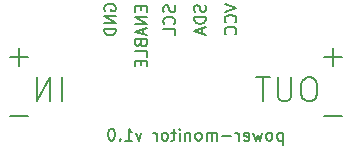
<source format=gbr>
G04 #@! TF.GenerationSoftware,KiCad,Pcbnew,5.1.12-84ad8e8a86~92~ubuntu20.04.1*
G04 #@! TF.CreationDate,2021-11-18T17:54:01-07:00*
G04 #@! TF.ProjectId,power-monitor,706f7765-722d-46d6-9f6e-69746f722e6b,rev?*
G04 #@! TF.SameCoordinates,Original*
G04 #@! TF.FileFunction,Legend,Bot*
G04 #@! TF.FilePolarity,Positive*
%FSLAX46Y46*%
G04 Gerber Fmt 4.6, Leading zero omitted, Abs format (unit mm)*
G04 Created by KiCad (PCBNEW 5.1.12-84ad8e8a86~92~ubuntu20.04.1) date 2021-11-18 17:54:01*
%MOMM*%
%LPD*%
G01*
G04 APERTURE LIST*
%ADD10C,0.150000*%
%ADD11C,0.200000*%
G04 APERTURE END LIST*
D10*
X141557142Y-94185714D02*
X141557142Y-95185714D01*
X141557142Y-94233333D02*
X141461904Y-94185714D01*
X141271428Y-94185714D01*
X141176190Y-94233333D01*
X141128571Y-94280952D01*
X141080952Y-94376190D01*
X141080952Y-94661904D01*
X141128571Y-94757142D01*
X141176190Y-94804761D01*
X141271428Y-94852380D01*
X141461904Y-94852380D01*
X141557142Y-94804761D01*
X140509523Y-94852380D02*
X140604761Y-94804761D01*
X140652380Y-94757142D01*
X140700000Y-94661904D01*
X140700000Y-94376190D01*
X140652380Y-94280952D01*
X140604761Y-94233333D01*
X140509523Y-94185714D01*
X140366666Y-94185714D01*
X140271428Y-94233333D01*
X140223809Y-94280952D01*
X140176190Y-94376190D01*
X140176190Y-94661904D01*
X140223809Y-94757142D01*
X140271428Y-94804761D01*
X140366666Y-94852380D01*
X140509523Y-94852380D01*
X139842857Y-94185714D02*
X139652380Y-94852380D01*
X139461904Y-94376190D01*
X139271428Y-94852380D01*
X139080952Y-94185714D01*
X138319047Y-94804761D02*
X138414285Y-94852380D01*
X138604761Y-94852380D01*
X138700000Y-94804761D01*
X138747619Y-94709523D01*
X138747619Y-94328571D01*
X138700000Y-94233333D01*
X138604761Y-94185714D01*
X138414285Y-94185714D01*
X138319047Y-94233333D01*
X138271428Y-94328571D01*
X138271428Y-94423809D01*
X138747619Y-94519047D01*
X137842857Y-94852380D02*
X137842857Y-94185714D01*
X137842857Y-94376190D02*
X137795238Y-94280952D01*
X137747619Y-94233333D01*
X137652380Y-94185714D01*
X137557142Y-94185714D01*
X137223809Y-94471428D02*
X136461904Y-94471428D01*
X135985714Y-94852380D02*
X135985714Y-94185714D01*
X135985714Y-94280952D02*
X135938095Y-94233333D01*
X135842857Y-94185714D01*
X135700000Y-94185714D01*
X135604761Y-94233333D01*
X135557142Y-94328571D01*
X135557142Y-94852380D01*
X135557142Y-94328571D02*
X135509523Y-94233333D01*
X135414285Y-94185714D01*
X135271428Y-94185714D01*
X135176190Y-94233333D01*
X135128571Y-94328571D01*
X135128571Y-94852380D01*
X134509523Y-94852380D02*
X134604761Y-94804761D01*
X134652380Y-94757142D01*
X134700000Y-94661904D01*
X134700000Y-94376190D01*
X134652380Y-94280952D01*
X134604761Y-94233333D01*
X134509523Y-94185714D01*
X134366666Y-94185714D01*
X134271428Y-94233333D01*
X134223809Y-94280952D01*
X134176190Y-94376190D01*
X134176190Y-94661904D01*
X134223809Y-94757142D01*
X134271428Y-94804761D01*
X134366666Y-94852380D01*
X134509523Y-94852380D01*
X133747619Y-94185714D02*
X133747619Y-94852380D01*
X133747619Y-94280952D02*
X133700000Y-94233333D01*
X133604761Y-94185714D01*
X133461904Y-94185714D01*
X133366666Y-94233333D01*
X133319047Y-94328571D01*
X133319047Y-94852380D01*
X132842857Y-94852380D02*
X132842857Y-94185714D01*
X132842857Y-93852380D02*
X132890476Y-93900000D01*
X132842857Y-93947619D01*
X132795238Y-93900000D01*
X132842857Y-93852380D01*
X132842857Y-93947619D01*
X132509523Y-94185714D02*
X132128571Y-94185714D01*
X132366666Y-93852380D02*
X132366666Y-94709523D01*
X132319047Y-94804761D01*
X132223809Y-94852380D01*
X132128571Y-94852380D01*
X131652380Y-94852380D02*
X131747619Y-94804761D01*
X131795238Y-94757142D01*
X131842857Y-94661904D01*
X131842857Y-94376190D01*
X131795238Y-94280952D01*
X131747619Y-94233333D01*
X131652380Y-94185714D01*
X131509523Y-94185714D01*
X131414285Y-94233333D01*
X131366666Y-94280952D01*
X131319047Y-94376190D01*
X131319047Y-94661904D01*
X131366666Y-94757142D01*
X131414285Y-94804761D01*
X131509523Y-94852380D01*
X131652380Y-94852380D01*
X130890476Y-94852380D02*
X130890476Y-94185714D01*
X130890476Y-94376190D02*
X130842857Y-94280952D01*
X130795238Y-94233333D01*
X130700000Y-94185714D01*
X130604761Y-94185714D01*
X129604761Y-94185714D02*
X129366666Y-94852380D01*
X129128571Y-94185714D01*
X128223809Y-94852380D02*
X128795238Y-94852380D01*
X128509523Y-94852380D02*
X128509523Y-93852380D01*
X128604761Y-93995238D01*
X128700000Y-94090476D01*
X128795238Y-94138095D01*
X127795238Y-94757142D02*
X127747619Y-94804761D01*
X127795238Y-94852380D01*
X127842857Y-94804761D01*
X127795238Y-94757142D01*
X127795238Y-94852380D01*
X127128571Y-93852380D02*
X127033333Y-93852380D01*
X126938095Y-93900000D01*
X126890476Y-93947619D01*
X126842857Y-94042857D01*
X126795238Y-94233333D01*
X126795238Y-94471428D01*
X126842857Y-94661904D01*
X126890476Y-94757142D01*
X126938095Y-94804761D01*
X127033333Y-94852380D01*
X127128571Y-94852380D01*
X127223809Y-94804761D01*
X127271428Y-94757142D01*
X127319047Y-94661904D01*
X127366666Y-94471428D01*
X127366666Y-94233333D01*
X127319047Y-94042857D01*
X127271428Y-93947619D01*
X127223809Y-93900000D01*
X127128571Y-93852380D01*
D11*
X144000000Y-89504761D02*
X143619047Y-89504761D01*
X143428571Y-89600000D01*
X143238095Y-89790476D01*
X143142857Y-90171428D01*
X143142857Y-90838095D01*
X143238095Y-91219047D01*
X143428571Y-91409523D01*
X143619047Y-91504761D01*
X144000000Y-91504761D01*
X144190476Y-91409523D01*
X144380952Y-91219047D01*
X144476190Y-90838095D01*
X144476190Y-90171428D01*
X144380952Y-89790476D01*
X144190476Y-89600000D01*
X144000000Y-89504761D01*
X142285714Y-89504761D02*
X142285714Y-91123809D01*
X142190476Y-91314285D01*
X142095238Y-91409523D01*
X141904761Y-91504761D01*
X141523809Y-91504761D01*
X141333333Y-91409523D01*
X141238095Y-91314285D01*
X141142857Y-91123809D01*
X141142857Y-89504761D01*
X140476190Y-89504761D02*
X139333333Y-89504761D01*
X139904761Y-91504761D02*
X139904761Y-89504761D01*
X122847619Y-91504761D02*
X122847619Y-89504761D01*
X121895238Y-91504761D02*
X121895238Y-89504761D01*
X120752380Y-91504761D01*
X120752380Y-89504761D01*
X145038095Y-87742857D02*
X146561904Y-87742857D01*
X145800000Y-88504761D02*
X145800000Y-86980952D01*
X145038095Y-92742857D02*
X146561904Y-92742857D01*
X118438095Y-92742857D02*
X119961904Y-92742857D01*
X118438095Y-87742857D02*
X119961904Y-87742857D01*
X119200000Y-88504761D02*
X119200000Y-86980952D01*
D10*
X136652380Y-83266666D02*
X137652380Y-83600000D01*
X136652380Y-83933333D01*
X137557142Y-84838095D02*
X137604761Y-84790476D01*
X137652380Y-84647619D01*
X137652380Y-84552380D01*
X137604761Y-84409523D01*
X137509523Y-84314285D01*
X137414285Y-84266666D01*
X137223809Y-84219047D01*
X137080952Y-84219047D01*
X136890476Y-84266666D01*
X136795238Y-84314285D01*
X136700000Y-84409523D01*
X136652380Y-84552380D01*
X136652380Y-84647619D01*
X136700000Y-84790476D01*
X136747619Y-84838095D01*
X137557142Y-85838095D02*
X137604761Y-85790476D01*
X137652380Y-85647619D01*
X137652380Y-85552380D01*
X137604761Y-85409523D01*
X137509523Y-85314285D01*
X137414285Y-85266666D01*
X137223809Y-85219047D01*
X137080952Y-85219047D01*
X136890476Y-85266666D01*
X136795238Y-85314285D01*
X136700000Y-85409523D01*
X136652380Y-85552380D01*
X136652380Y-85647619D01*
X136700000Y-85790476D01*
X136747619Y-85838095D01*
X135004761Y-83385714D02*
X135052380Y-83528571D01*
X135052380Y-83766666D01*
X135004761Y-83861904D01*
X134957142Y-83909523D01*
X134861904Y-83957142D01*
X134766666Y-83957142D01*
X134671428Y-83909523D01*
X134623809Y-83861904D01*
X134576190Y-83766666D01*
X134528571Y-83576190D01*
X134480952Y-83480952D01*
X134433333Y-83433333D01*
X134338095Y-83385714D01*
X134242857Y-83385714D01*
X134147619Y-83433333D01*
X134100000Y-83480952D01*
X134052380Y-83576190D01*
X134052380Y-83814285D01*
X134100000Y-83957142D01*
X135052380Y-84385714D02*
X134052380Y-84385714D01*
X134052380Y-84623809D01*
X134100000Y-84766666D01*
X134195238Y-84861904D01*
X134290476Y-84909523D01*
X134480952Y-84957142D01*
X134623809Y-84957142D01*
X134814285Y-84909523D01*
X134909523Y-84861904D01*
X135004761Y-84766666D01*
X135052380Y-84623809D01*
X135052380Y-84385714D01*
X134766666Y-85338095D02*
X134766666Y-85814285D01*
X135052380Y-85242857D02*
X134052380Y-85576190D01*
X135052380Y-85909523D01*
X132404761Y-83409523D02*
X132452380Y-83552380D01*
X132452380Y-83790476D01*
X132404761Y-83885714D01*
X132357142Y-83933333D01*
X132261904Y-83980952D01*
X132166666Y-83980952D01*
X132071428Y-83933333D01*
X132023809Y-83885714D01*
X131976190Y-83790476D01*
X131928571Y-83600000D01*
X131880952Y-83504761D01*
X131833333Y-83457142D01*
X131738095Y-83409523D01*
X131642857Y-83409523D01*
X131547619Y-83457142D01*
X131500000Y-83504761D01*
X131452380Y-83600000D01*
X131452380Y-83838095D01*
X131500000Y-83980952D01*
X132357142Y-84980952D02*
X132404761Y-84933333D01*
X132452380Y-84790476D01*
X132452380Y-84695238D01*
X132404761Y-84552380D01*
X132309523Y-84457142D01*
X132214285Y-84409523D01*
X132023809Y-84361904D01*
X131880952Y-84361904D01*
X131690476Y-84409523D01*
X131595238Y-84457142D01*
X131500000Y-84552380D01*
X131452380Y-84695238D01*
X131452380Y-84790476D01*
X131500000Y-84933333D01*
X131547619Y-84980952D01*
X132452380Y-85885714D02*
X132452380Y-85409523D01*
X131452380Y-85409523D01*
X129528571Y-83476190D02*
X129528571Y-83809523D01*
X130052380Y-83952380D02*
X130052380Y-83476190D01*
X129052380Y-83476190D01*
X129052380Y-83952380D01*
X130052380Y-84380952D02*
X129052380Y-84380952D01*
X130052380Y-84952380D01*
X129052380Y-84952380D01*
X129766666Y-85380952D02*
X129766666Y-85857142D01*
X130052380Y-85285714D02*
X129052380Y-85619047D01*
X130052380Y-85952380D01*
X129528571Y-86619047D02*
X129576190Y-86761904D01*
X129623809Y-86809523D01*
X129719047Y-86857142D01*
X129861904Y-86857142D01*
X129957142Y-86809523D01*
X130004761Y-86761904D01*
X130052380Y-86666666D01*
X130052380Y-86285714D01*
X129052380Y-86285714D01*
X129052380Y-86619047D01*
X129100000Y-86714285D01*
X129147619Y-86761904D01*
X129242857Y-86809523D01*
X129338095Y-86809523D01*
X129433333Y-86761904D01*
X129480952Y-86714285D01*
X129528571Y-86619047D01*
X129528571Y-86285714D01*
X130052380Y-87761904D02*
X130052380Y-87285714D01*
X129052380Y-87285714D01*
X129528571Y-88095238D02*
X129528571Y-88428571D01*
X130052380Y-88571428D02*
X130052380Y-88095238D01*
X129052380Y-88095238D01*
X129052380Y-88571428D01*
X126500000Y-83838095D02*
X126452380Y-83742857D01*
X126452380Y-83600000D01*
X126500000Y-83457142D01*
X126595238Y-83361904D01*
X126690476Y-83314285D01*
X126880952Y-83266666D01*
X127023809Y-83266666D01*
X127214285Y-83314285D01*
X127309523Y-83361904D01*
X127404761Y-83457142D01*
X127452380Y-83600000D01*
X127452380Y-83695238D01*
X127404761Y-83838095D01*
X127357142Y-83885714D01*
X127023809Y-83885714D01*
X127023809Y-83695238D01*
X127452380Y-84314285D02*
X126452380Y-84314285D01*
X127452380Y-84885714D01*
X126452380Y-84885714D01*
X127452380Y-85361904D02*
X126452380Y-85361904D01*
X126452380Y-85600000D01*
X126500000Y-85742857D01*
X126595238Y-85838095D01*
X126690476Y-85885714D01*
X126880952Y-85933333D01*
X127023809Y-85933333D01*
X127214285Y-85885714D01*
X127309523Y-85838095D01*
X127404761Y-85742857D01*
X127452380Y-85600000D01*
X127452380Y-85361904D01*
M02*

</source>
